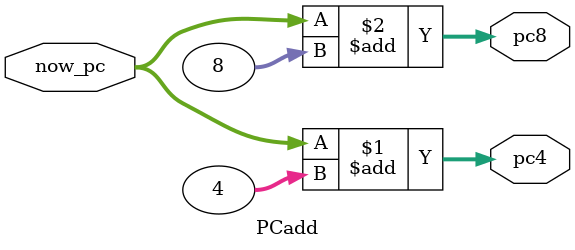
<source format=v>
`timescale 1ns / 1ps

module PCadd(now_pc, pc4, pc8);
	
	input [31:0] now_pc;
	output [31:0] pc4;
	output [31:0] pc8;
	
	assign pc4 = now_pc + 4;
	assign pc8 = now_pc + 8;

endmodule

</source>
